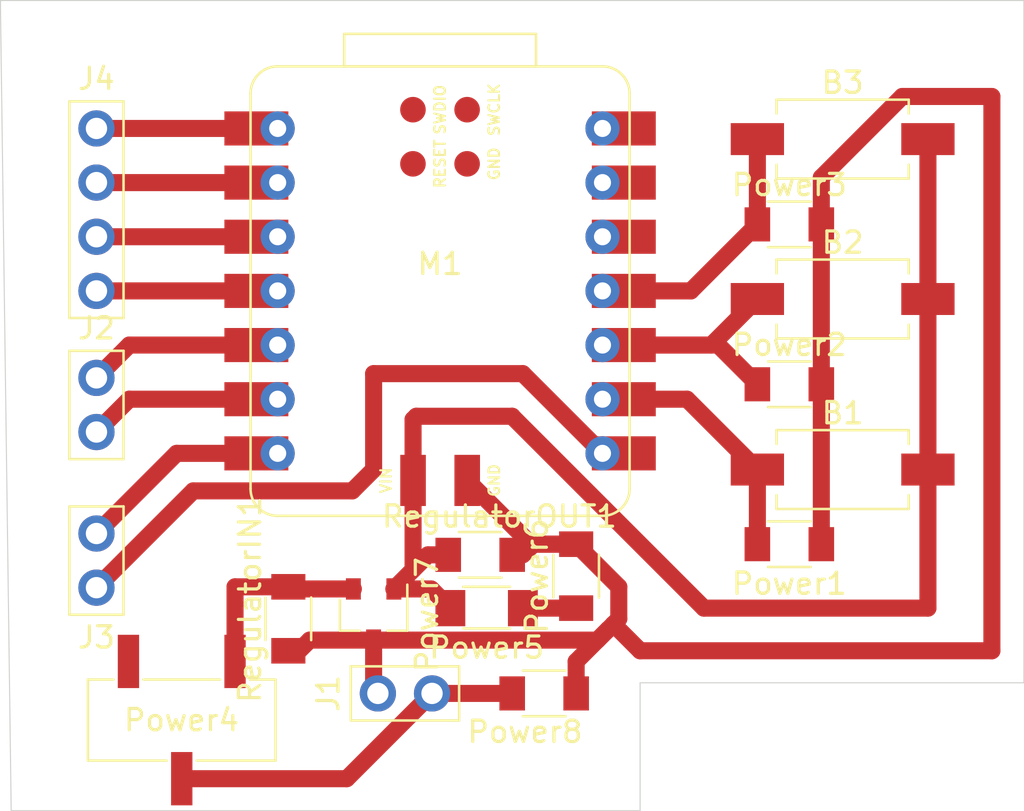
<source format=kicad_pcb>
(kicad_pcb (version 20241229) (generator "pcbnew") (generator_version "9.0")
  (layers (0 "F.Cu" signal) (2 "B.Cu" signal) (13 "F.Paste" user) (15 "B.Paste" user) (5 "F.SilkS" user "F.Silkscreen") (7 "B.SilkS" user "B.Silkscreen") (1 "F.Mask" user) (3 "B.Mask" user) (25 "Edge.Cuts" user))
  (net 0 "")
  (net 1 "/B1")
  (net 2 "/Regulator OUT")
  (net 3 "/B2")
  (net 4 "/B3")
  (net 5 "GND")
  (net 6 "+7V")
  (net 7 "/SDA")
  (net 8 "/SCL")
  (net 9 "/TX")
  (net 10 "/RX")
  (net 11 "/E1")
  (net 12 "/E3")
  (net 13 "/E4")
  (net 14 "/E2")
  (net 21 "/Regulator IN")
  (net 23 "Net-(Power5-K)")
  (footprint "PCM_fab:PinHeader_01x02_P2.54mm_Vertical_THT_D1mm" (layer "F.Cu") (at 127.7 81 90)
    (property "Reference" "J1" (at 0 -2.33 90) (layer "F.SilkS"))
    (property "Value" "Pin power")
    (fp_line (start 1.27 -1.27) (end 1.27 3.81) (stroke (width 0.12)) (layer "F.SilkS"))
    (fp_line (start -1.27 -1.27) (end 1.27 -1.27) (stroke (width 0.12)) (layer "F.SilkS"))
    (fp_line (start -1.27 -1.27) (end -1.27 3.81) (stroke (width 0.12)) (layer "F.SilkS"))
    (fp_line (start -1.27 3.81) (end 1.27 3.81) (stroke (width 0.12)) (layer "F.SilkS"))
    (pad "1" thru_hole oval (at 0 0 90) (size 1.7 1.7) (drill 1) (layers "*.Cu" "*.Mask") (net 5 "GND"))
    (pad "2" thru_hole oval (at 0 2.54 90) (size 1.7 1.7) (drill 1) (layers "*.Cu" "*.Mask") (net 6 "+7V"))
  )
  (footprint "PCM_fab:LED_1206" (layer "F.Cu") (at 132.8 77 180)
    (property "Reference" "Power5" (at 0 -1.85 0) (layer "F.SilkS"))
    (property "Value" "Led")
    (fp_line (start -1.1 1) (end 1.1 1) (stroke (width 0.12)) (layer "F.SilkS"))
    (fp_line (start -1.1 -0.95) (end 1.1 -0.95) (stroke (width 0.12)) (layer "F.SilkS"))
    (pad "1" smd rect (at -1.7 0 180) (size 1.4 1.7) (layers "F.Cu" "F.Mask" "F.Paste") (net 23 "Net-(Power5-K)"))
    (pad "2" smd rect (at 1.7 0 180) (size 1.4 1.7) (layers "F.Cu" "F.Mask" "F.Paste") (net 2 "/Regulator OUT"))
  )
  (footprint "PCM_fab:Switch_Slide_Top_CnK_JS102011SCQN_8.5x3.5mm" (layer "F.Cu") (at 118.5 82.25 180)
    (property "Reference" "Power4" (at 0.01 0 0) (layer "F.SilkS"))
    (property "Value" "Switch" (hide yes))
    (fp_line (start 4.4 1.9) (end 4.4 -1.9) (stroke (width 0.12)) (layer "F.SilkS"))
    (fp_line (start 4.4 -1.9) (end 0.7 -1.9) (stroke (width 0.12)) (layer "F.SilkS"))
    (fp_line (start 3.2 1.9) (end 4.4 1.9) (stroke (width 0.12)) (layer "F.SilkS"))
    (fp_line (start -0.7 -1.9) (end -4.4 -1.9) (stroke (width 0.12)) (layer "F.SilkS"))
    (fp_line (start -1.8 1.9) (end 1.8 1.9) (stroke (width 0.12)) (layer "F.SilkS"))
    (fp_line (start -4.4 1.9) (end -3.2 1.9) (stroke (width 0.12)) (layer "F.SilkS"))
    (fp_line (start -4.4 -1.9) (end -4.4 1.9) (stroke (width 0.12)) (layer "F.SilkS"))
    (pad "1" smd rect (at -2.5 2.75 180) (size 1 2.5) (layers "F.Cu" "F.Mask" "F.Paste") (net 21 "/Regulator IN"))
    (pad "2" smd rect (at 0 -2.75 180) (size 1 2.5) (layers "F.Cu" "F.Mask" "F.Paste") (net 6 "+7V"))
    (pad "3" smd rect (at 2.5 2.75 180) (size 1 2.5) (layers "F.Cu" "F.Mask" "F.Paste"))
  )
  (footprint "PCM_fab:SeeedStudio_XIAO_RP2040" (layer "F.Cu") (at 130.615 62.12)
    (property "Reference" "M1" (at 0 -1.27 0) (layer "F.SilkS"))
    (property "Value" "XIAO-RP2040")
    (fp_line (start -8.8875 9.281) (end -8.8875 -9.261) (stroke (width 0.12)) (layer "F.SilkS"))
    (fp_line (start -7.6175 -10.531) (end 7.6225 -10.531) (stroke (width 0.12)) (layer "F.SilkS"))
    (fp_line (start 7.6225 10.551) (end -7.6175 10.551) (stroke (width 0.12)) (layer "F.SilkS"))
    (fp_line (start 8.8925 -9.261) (end 8.8925 9.281) (stroke (width 0.12)) (layer "F.SilkS"))
    (fp_rect (start -4.4975 -10.531) (end 4.5025 -12.055) (stroke (width 0.12)) (fill no) (layer "F.SilkS"))
    (fp_arc (start -8.8875 -9.261) (mid -8.515526 -10.159026) (end -7.6175 -10.531) (stroke (width 0.12)) (layer "F.SilkS"))
    (fp_arc (start -7.6175 10.551) (mid -8.515526 10.179026) (end -8.8875 9.281) (stroke (width 0.12)) (layer "F.SilkS"))
    (fp_arc (start 7.6225 -10.531) (mid 8.520526 -10.159026) (end 8.8925 -9.261) (stroke (width 0.12)) (layer "F.SilkS"))
    (fp_arc (start 8.8925 9.281) (mid 8.520526 10.179026) (end 7.6225 10.551) (stroke (width 0.12)) (layer "F.SilkS"))
    (fp_text user "SWCLK" (at 2.54 -8.5 90) (layer "F.SilkS") (effects (font (size 0.5 0.5) (thickness 0.1) (bold yes))))
    (fp_text user "VIN" (at -2.535 8.89 90) (layer "F.SilkS") (effects (font (size 0.5 0.5) (thickness 0.1) (bold yes))))
    (fp_text user "GND" (at 2.545 8.89 90) (layer "F.SilkS") (effects (font (size 0.5 0.5) (thickness 0.1) (bold yes))))
    (fp_text user "RESET" (at 0 -5.96 90) (layer "F.SilkS") (effects (font (size 0.5 0.5) (thickness 0.1) (bold yes))))
    (fp_text user "GND" (at 2.54 -5.96 90) (layer "F.SilkS") (effects (font (size 0.5 0.5) (thickness 0.1) (bold yes))))
    (fp_text user "SWDIO" (at 0 -8.5 90) (layer "F.SilkS") (effects (font (size 0.5 0.5) (thickness 0.1) (bold yes))))
    (pad "1" thru_hole circle (at -7.615 -7.62) (size 1.6 1.6) (drill 0.8) (layers "*.Cu" "*.Mask") (net 11 "/E1"))
    (pad "1" smd rect (at -7.615 -7.62) (size 3 1.6) (drill (offset -1 0)) (layers "F.Cu" "F.Mask" "F.Paste") (net 11 "/E1"))
    (pad "2" thru_hole circle (at -7.615 -5.08) (size 1.6 1.6) (drill 0.8) (layers "*.Cu" "*.Mask") (net 14 "/E2"))
    (pad "2" smd rect (at -7.615 -5.08) (size 3 1.6) (drill (offset -1 0)) (layers "F.Cu" "F.Mask" "F.Paste") (net 14 "/E2"))
    (pad "3" thru_hole circle (at -7.615 -2.54) (size 1.6 1.6) (drill 0.8) (layers "*.Cu" "*.Mask") (net 12 "/E3"))
    (pad "3" smd rect (at -7.615 -2.54) (size 3 1.6) (drill (offset -1 0)) (layers "F.Cu" "F.Mask" "F.Paste") (net 12 "/E3"))
    (pad "4" thru_hole circle (at -7.615 0) (size 1.6 1.6) (drill 0.8) (layers "*.Cu" "*.Mask") (net 13 "/E4"))
    (pad "4" smd rect (at -7.615 0) (size 3 1.6) (drill (offset -1 0)) (layers "F.Cu" "F.Mask" "F.Paste") (net 13 "/E4"))
    (pad "5" thru_hole circle (at -7.615 2.54) (size 1.6 1.6) (drill 0.8) (layers "*.Cu" "*.Mask") (net 7 "/SDA"))
    (pad "5" smd rect (at -7.615 2.54) (size 3 1.6) (drill (offset -1 0)) (layers "F.Cu" "F.Mask" "F.Paste") (net 7 "/SDA"))
    (pad "6" thru_hole circle (at -7.615 5.08) (size 1.6 1.6) (drill 0.8) (layers "*.Cu" "*.Mask") (net 8 "/SCL"))
    (pad "6" smd rect (at -7.615 5.08) (size 3 1.6) (drill (offset -1 0)) (layers "F.Cu" "F.Mask" "F.Paste") (net 8 "/SCL"))
    (pad "7" thru_hole circle (at -7.615 7.62) (size 1.6 1.6) (drill 0.8) (layers "*.Cu" "*.Mask") (net 9 "/TX"))
    (pad "7" smd rect (at -7.615 7.62) (size 3 1.6) (drill (offset -1 0)) (layers "F.Cu" "F.Mask" "F.Paste") (net 9 "/TX"))
    (pad "8" thru_hole circle (at 7.62 7.62) (size 1.6 1.6) (drill 0.8) (layers "*.Cu" "*.Mask") (net 10 "/RX"))
    (pad "8" smd rect (at 7.62 7.62) (size 3 1.6) (drill (offset 1 0)) (layers "F.Cu" "F.Mask" "F.Paste") (net 10 "/RX"))
    (pad "9" thru_hole circle (at 7.62 5.08) (size 1.6 1.6) (drill 0.8) (layers "*.Cu" "*.Mask") (net 1 "/B1"))
    (pad "9" smd rect (at 7.62 5.08) (size 3 1.6) (drill (offset 1 0)) (layers "F.Cu" "F.Mask" "F.Paste") (net 1 "/B1"))
    (pad "10" thru_hole circle (at 7.62 2.54) (size 1.6 1.6) (drill 0.8) (layers "*.Cu" "*.Mask") (net 3 "/B2"))
    (pad "10" smd rect (at 7.62 2.54) (size 3 1.6) (drill (offset 1 0)) (layers "F.Cu" "F.Mask" "F.Paste") (net 3 "/B2"))
    (pad "11" thru_hole circle (at 7.62 0) (size 1.6 1.6) (drill 0.8) (layers "*.Cu" "*.Mask") (net 4 "/B3"))
    (pad "11" smd rect (at 7.62 0) (size 3 1.6) (drill (offset 1 0)) (layers "F.Cu" "F.Mask" "F.Paste") (net 4 "/B3"))
    (pad "12" thru_hole circle (at 7.62 -2.54) (size 1.6 1.6) (drill 0.8) (layers "*.Cu" "*.Mask"))
    (pad "12" smd rect (at 7.62 -2.54) (size 3 1.6) (drill (offset 1 0)) (layers "F.Cu" "F.Mask" "F.Paste"))
    (pad "13" thru_hole circle (at 7.62 -5.08) (size 1.6 1.6) (drill 0.8) (layers "*.Cu" "*.Mask"))
    (pad "13" smd rect (at 7.62 -5.08) (size 3 1.6) (drill (offset 1 0)) (layers "F.Cu" "F.Mask" "F.Paste"))
    (pad "14" thru_hole circle (at 7.62 -7.62) (size 1.6 1.6) (drill 0.8) (layers "*.Cu" "*.Mask"))
    (pad "14" smd rect (at 7.62 -7.62) (size 3 1.6) (drill (offset 1 0)) (layers "F.Cu" "F.Mask" "F.Paste"))
    (pad "15" smd rect (at 1.275 8.89 270) (size 2.4 1.2) (layers "F.Cu" "F.Mask" "F.Paste") (net 5 "GND"))
    (pad "16" smd rect (at -1.265 8.89 270) (size 2.4 1.2) (layers "F.Cu" "F.Mask" "F.Paste") (net 2 "/Regulator OUT"))
    (pad "17" smd circle (at -1.27 -8.5) (size 1.2 1.2) (layers "F.Cu" "F.Mask" "F.Paste"))
    (pad "18" smd circle (at -1.27 -5.96) (size 1.2 1.2) (layers "F.Cu" "F.Mask" "F.Paste"))
    (pad "19" smd circle (at 1.27 -5.96) (size 1.2 1.2) (layers "F.Cu" "F.Mask" "F.Paste"))
    (pad "20" smd circle (at 1.27 -8.5) (size 1.2 1.2) (layers "F.Cu" "F.Mask" "F.Paste"))
  )
  (footprint "PCM_fab:C_1206" (layer "F.Cu") (at 132.5 74.5)
    (property "Reference" "RegulatorOUT1" (at 0.9 -1.8 0) (layer "F.SilkS"))
    (property "Value" "Capacitor")
    (fp_line (start -1 -1.07) (end 1 -1.07) (stroke (width 0.12)) (layer "F.SilkS"))
    (fp_line (start 1 1.07) (end -1 1.07) (stroke (width 0.12)) (layer "F.SilkS"))
    (pad "1" smd rect (at -1.5 0) (size 1.2 1.6) (layers "F.Cu" "F.Mask" "F.Paste") (net 2 "/Regulator OUT"))
    (pad "2" smd rect (at 1.5 0) (size 1.2 1.6) (layers "F.Cu" "F.Mask" "F.Paste") (net 5 "GND"))
  )
  (footprint "PCM_fab:R_1206" (layer "F.Cu") (at 147 59)
    (property "Reference" "Power3" (at 0 -1.85 0) (layer "F.SilkS"))
    (property "Value" "Resistor")
    (fp_line (start -1 -1.07) (end 1 -1.07) (stroke (width 0.12)) (layer "F.SilkS"))
    (fp_line (start 1 1.07) (end -1 1.07) (stroke (width 0.12)) (layer "F.SilkS"))
    (pad "1" smd rect (at -1.5 0) (size 1.2 1.6) (layers "F.Cu" "F.Mask" "F.Paste") (net 4 "/B3"))
    (pad "2" smd rect (at 1.5 0) (size 1.2 1.6) (layers "F.Cu" "F.Mask" "F.Paste") (net 5 "GND"))
  )
  (footprint "PCM_fab:R_1206" (layer "F.Cu") (at 147 74 180)
    (property "Reference" "Power1" (at 0 -1.85 0) (layer "F.SilkS"))
    (property "Value" "Resistor")
    (fp_line (start 1 1.07) (end -1 1.07) (stroke (width 0.12)) (layer "F.SilkS"))
    (fp_line (start -1 -1.07) (end 1 -1.07) (stroke (width 0.12)) (layer "F.SilkS"))
    (pad "1" smd rect (at -1.5 0 180) (size 1.2 1.6) (layers "F.Cu" "F.Mask" "F.Paste") (net 5 "GND"))
    (pad "2" smd rect (at 1.5 0 180) (size 1.2 1.6) (layers "F.Cu" "F.Mask" "F.Paste") (net 1 "/B1"))
  )
  (footprint "PCM_fab:R_1206" (layer "F.Cu") (at 137 75.5 90)
    (property "Reference" "Power6" (at 0 -1.85 90) (layer "F.SilkS"))
    (property "Value" "Resistor")
    (fp_line (start -1 -1.07) (end 1 -1.07) (stroke (width 0.12)) (layer "F.SilkS"))
    (fp_line (start 1 1.07) (end -1 1.07) (stroke (width 0.12)) (layer "F.SilkS"))
    (pad "1" smd rect (at -1.5 0 90) (size 1.2 1.6) (layers "F.Cu" "F.Mask" "F.Paste") (net 23 "Net-(Power5-K)"))
    (pad "2" smd rect (at 1.5 0 90) (size 1.2 1.6) (layers "F.Cu" "F.Mask" "F.Paste") (net 5 "GND"))
  )
  (footprint "PCM_fab:C_1206" (layer "F.Cu") (at 123.5 77.5 90)
    (property "Reference" "RegulatorIN1" (at 0.9 -1.8 90) (layer "F.SilkS"))
    (property "Value" "Capacitor")
    (fp_line (start -1 -1.07) (end 1 -1.07) (stroke (width 0.12)) (layer "F.SilkS"))
    (fp_line (start 1 1.07) (end -1 1.07) (stroke (width 0.12)) (layer "F.SilkS"))
    (pad "1" smd rect (at -1.5 0 90) (size 1.2 1.6) (layers "F.Cu" "F.Mask" "F.Paste") (net 5 "GND"))
    (pad "2" smd rect (at 1.5 0 90) (size 1.2 1.6) (layers "F.Cu" "F.Mask" "F.Paste") (net 21 "/Regulator IN"))
  )
  (footprint "PCM_fab:PinHeader_01x02_P2.54mm_Vertical_THT_D1mm" (layer "F.Cu") (at 114.5 66.2)
    (property "Reference" "J2" (at 0 -2.33 0) (layer "F.SilkS"))
    (property "Value" "Com I2C")
    (fp_line (start -1.27 -1.27) (end -1.27 3.81) (stroke (width 0.12)) (layer "F.SilkS"))
    (fp_line (start -1.27 -1.27) (end 1.27 -1.27) (stroke (width 0.12)) (layer "F.SilkS"))
    (fp_line (start -1.27 3.81) (end 1.27 3.81) (stroke (width 0.12)) (layer "F.SilkS"))
    (fp_line (start 1.27 -1.27) (end 1.27 3.81) (stroke (width 0.12)) (layer "F.SilkS"))
    (pad "1" thru_hole oval (at 0 0) (size 1.7 1.7) (drill 1) (layers "*.Cu" "*.Mask") (net 7 "/SDA"))
    (pad "2" thru_hole oval (at 0 2.54) (size 1.7 1.7) (drill 1) (layers "*.Cu" "*.Mask") (net 8 "/SCL"))
  )
  (footprint "PCM_fab:PinHeader_01x02_P2.54mm_Vertical_THT_D1mm" (layer "F.Cu") (at 114.5 76.04 180)
    (property "Reference" "J3" (at 0 -2.33 0) (layer "F.SilkS"))
    (property "Value" "Com UART")
    (fp_line (start 1.27 -1.27) (end 1.27 3.81) (stroke (width 0.12)) (layer "F.SilkS"))
    (fp_line (start -1.27 3.81) (end 1.27 3.81) (stroke (width 0.12)) (layer "F.SilkS"))
    (fp_line (start -1.27 -1.27) (end 1.27 -1.27) (stroke (width 0.12)) (layer "F.SilkS"))
    (fp_line (start -1.27 -1.27) (end -1.27 3.81) (stroke (width 0.12)) (layer "F.SilkS"))
    (pad "1" thru_hole oval (at 0 0 180) (size 1.7 1.7) (drill 1) (layers "*.Cu" "*.Mask") (net 10 "/RX"))
    (pad "2" thru_hole oval (at 0 2.54 180) (size 1.7 1.7) (drill 1) (layers "*.Cu" "*.Mask") (net 9 "/TX"))
  )
  (footprint "PCM_fab:Button_CnK_PTS636.0_6x3.5mm" (layer "F.Cu") (at 149.5 70.5)
    (property "Reference" "B1" (at 0 -2.65 0) (layer "F.SilkS"))
    (property "Value" "Buttom")
    (fp_line (start -3.1 -1.85) (end -3.1 -1.2) (stroke (width 0.12)) (layer "F.SilkS"))
    (fp_line (start -3.1 1.2) (end -3.1 1.85) (stroke (width 0.12)) (layer "F.SilkS"))
    (fp_line (start -3.1 1.85) (end 3.1 1.85) (stroke (width 0.12)) (layer "F.SilkS"))
    (fp_line (start 3.1 -1.85) (end -3.1 -1.85) (stroke (width 0.12)) (layer "F.SilkS"))
    (fp_line (start 3.1 -1.85) (end 3.1 -1.2) (stroke (width 0.12)) (layer "F.SilkS"))
    (fp_line (start 3.1 1.85) (end 3.1 1.2) (stroke (width 0.12)) (layer "F.SilkS"))
    (pad "1" smd rect (at -4 0) (size 2.5 1.5) (layers "F.Cu" "F.Mask" "F.Paste") (net 1 "/B1"))
    (pad "2" smd rect (at 4 0) (size 2.5 1.5) (layers "F.Cu" "F.Mask" "F.Paste") (net 2 "/Regulator OUT"))
  )
  (footprint "PCM_fab:Button_CnK_PTS636.0_6x3.5mm" (layer "F.Cu") (at 149.5 55)
    (property "Reference" "B3" (at 0 -2.65 0) (layer "F.SilkS"))
    (property "Value" "Buttom")
    (fp_line (start -3.1 -1.85) (end -3.1 -1.2) (stroke (width 0.12)) (layer "F.SilkS"))
    (fp_line (start -3.1 1.2) (end -3.1 1.85) (stroke (width 0.12)) (layer "F.SilkS"))
    (fp_line (start -3.1 1.85) (end 3.1 1.85) (stroke (width 0.12)) (layer "F.SilkS"))
    (fp_line (start 3.1 -1.85) (end -3.1 -1.85) (stroke (width 0.12)) (layer "F.SilkS"))
    (fp_line (start 3.1 -1.85) (end 3.1 -1.2) (stroke (width 0.12)) (layer "F.SilkS"))
    (fp_line (start 3.1 1.85) (end 3.1 1.2) (stroke (width 0.12)) (layer "F.SilkS"))
    (pad "1" smd rect (at -4 0) (size 2.5 1.5) (layers "F.Cu" "F.Mask" "F.Paste") (net 4 "/B3"))
    (pad "2" smd rect (at 4 0) (size 2.5 1.5) (layers "F.Cu" "F.Mask" "F.Paste") (net 2 "/Regulator OUT"))
  )
  (footprint "PCM_fab:SOT-23-3" (layer "F.Cu") (at 127.5 77.3 -90)
    (property "Reference" "Power7" (at 0 -2.5 90) (layer "F.SilkS"))
    (property "Value" "Regulator")
    (fp_line (start 0.76 1.58) (end -0.7 1.58) (stroke (width 0.12)) (layer "F.SilkS"))
    (fp_line (start 0.76 1.58) (end 0.76 0.65) (stroke (width 0.12)) (layer "F.SilkS"))
    (fp_line (start 0.76 -1.58) (end 0.76 -0.65) (stroke (width 0.12)) (layer "F.SilkS"))
    (fp_line (start 0.76 -1.58) (end -1.4 -1.58) (stroke (width 0.12)) (layer "F.SilkS"))
    (pad "1" smd rect (at -1.2 -0.95 270) (size 1 0.7) (layers "F.Cu" "F.Mask" "F.Paste") (net 2 "/Regulator OUT"))
    (pad "2" smd rect (at -1.2 0.95 270) (size 1 0.7) (layers "F.Cu" "F.Mask" "F.Paste") (net 21 "/Regulator IN"))
    (pad "3" smd rect (at 1.2 0 270) (size 1 0.7) (layers "F.Cu" "F.Mask" "F.Paste") (net 5 "GND"))
  )
  (footprint "PCM_fab:PinHeader_01x04_P2.54mm_Vertical_THT_D1mm" (layer "F.Cu") (at 114.5 54.5)
    (property "Reference" "J4" (at 0 -2.33 0) (layer "F.SilkS"))
    (property "Value" "Entrance")
    (fp_line (start -1.27 -1.27) (end -1.27 8.89) (stroke (width 0.12)) (layer "F.SilkS"))
    (fp_line (start -1.27 -1.27) (end 1.27 -1.27) (stroke (width 0.12)) (layer "F.SilkS"))
    (fp_line (start -1.27 8.89) (end 1.27 8.89) (stroke (width 0.12)) (layer "F.SilkS"))
    (fp_line (start 1.27 -1.27) (end 1.27 8.89) (stroke (width 0.12)) (layer "F.SilkS"))
    (pad "1" thru_hole oval (at 0 0) (size 1.7 1.7) (drill 1) (layers "*.Cu" "*.Mask") (net 11 "/E1"))
    (pad "2" thru_hole oval (at 0 2.54) (size 1.7 1.7) (drill 1) (layers "*.Cu" "*.Mask") (net 14 "/E2"))
    (pad "3" thru_hole oval (at 0 5.08) (size 1.7 1.7) (drill 1) (layers "*.Cu" "*.Mask") (net 12 "/E3"))
    (pad "4" thru_hole oval (at 0 7.62) (size 1.7 1.7) (drill 1) (layers "*.Cu" "*.Mask") (net 13 "/E4"))
  )
  (footprint "PCM_fab:R_1206" (layer "F.Cu") (at 147 66.5)
    (property "Reference" "Power2" (at 0 -1.85 0) (layer "F.SilkS"))
    (property "Value" "Resistor")
    (fp_line (start -1 -1.07) (end 1 -1.07) (stroke (width 0.12)) (layer "F.SilkS"))
    (fp_line (start 1 1.07) (end -1 1.07) (stroke (width 0.12)) (layer "F.SilkS"))
    (pad "1" smd rect (at -1.5 0) (size 1.2 1.6) (layers "F.Cu" "F.Mask" "F.Paste") (net 3 "/B2"))
    (pad "2" smd rect (at 1.5 0) (size 1.2 1.6) (layers "F.Cu" "F.Mask" "F.Paste") (net 5 "GND"))
  )
  (footprint "PCM_fab:Button_CnK_PTS636.0_6x3.5mm" (layer "F.Cu") (at 149.5 62.5)
    (property "Reference" "B2" (at 0 -2.65 0) (layer "F.SilkS"))
    (property "Value" "Buttom")
    (fp_line (start -3.1 -1.85) (end -3.1 -1.2) (stroke (width 0.12)) (layer "F.SilkS"))
    (fp_line (start -3.1 1.2) (end -3.1 1.85) (stroke (width 0.12)) (layer "F.SilkS"))
    (fp_line (start -3.1 1.85) (end 3.1 1.85) (stroke (width 0.12)) (layer "F.SilkS"))
    (fp_line (start 3.1 -1.85) (end -3.1 -1.85) (stroke (width 0.12)) (layer "F.SilkS"))
    (fp_line (start 3.1 -1.85) (end 3.1 -1.2) (stroke (width 0.12)) (layer "F.SilkS"))
    (fp_line (start 3.1 1.85) (end 3.1 1.2) (stroke (width 0.12)) (layer "F.SilkS"))
    (pad "1" smd rect (at -4 0) (size 2.5 1.5) (layers "F.Cu" "F.Mask" "F.Paste") (net 3 "/B2"))
    (pad "2" smd rect (at 4 0) (size 2.5 1.5) (layers "F.Cu" "F.Mask" "F.Paste") (net 2 "/Regulator OUT"))
  )
  (footprint "PCM_fab:C_1206" (layer "F.Cu") (at 135.5 81 180)
    (property "Reference" "Power8" (at 0.9 -1.8 0) (layer "F.SilkS"))
    (property "Value" "Capacitor")
    (fp_line (start 1 1.07) (end -1 1.07) (stroke (width 0.12)) (layer "F.SilkS"))
    (fp_line (start -1 -1.07) (end 1 -1.07) (stroke (width 0.12)) (layer "F.SilkS"))
    (pad "1" smd rect (at -1.5 0 180) (size 1.2 1.6) (layers "F.Cu" "F.Mask" "F.Paste") (net 5 "GND"))
    (pad "2" smd rect (at 1.5 0 180) (size 1.2 1.6) (layers "F.Cu" "F.Mask" "F.Paste") (net 6 "+7V"))
  )
  (gr_line (start 110 48.5) (end 110 49) (stroke (width 0.05)) (layer "Edge.Cuts"))
  (gr_line (start 110.5 86.5) (end 140 86.5) (stroke (width 0.05)) (layer "Edge.Cuts"))
  (gr_line (start 110 49) (end 110.5 86.5) (stroke (width 0.05)) (layer "Edge.Cuts"))
  (gr_line (start 158 48.5) (end 110 48.5) (stroke (width 0.05)) (layer "Edge.Cuts"))
  (gr_line (start 140 86.5) (end 140 80.5) (stroke (width 0.05)) (layer "Edge.Cuts"))
  (gr_line (start 140 80.5) (end 158 80.5) (stroke (width 0.05)) (layer "Edge.Cuts"))
  (gr_line (start 158 80.5) (end 158 48.5) (stroke (width 0.05)) (layer "Edge.Cuts"))
  (segment (start 145.5 74) (end 145.5 70.5) (width 0.8) (layer "F.Cu") (net 1))
  (segment (start 145.5 70.5) (end 142.2 67.2) (width 0.8) (layer "F.Cu") (net 1))
  (segment (start 142.2 67.2) (end 138.235 67.2) (width 0.8) (layer "F.Cu") (net 1))
  (segment (start 134 68) (end 134 68.007) (width 0.8) (layer "F.Cu") (net 2))
  (segment (start 128.45 76.1) (end 130.2 76.1) (width 0.8) (layer "F.Cu") (net 2))
  (segment (start 153.5 70.5) (end 153.5 62.5) (width 0.8) (layer "F.Cu") (net 2))
  (segment (start 153.5 62.5) (end 153.5 55) (width 0.8) (layer "F.Cu") (net 2))
  (segment (start 129.35 71.01) (end 129.35 68.15) (width 0.8) (layer "F.Cu") (net 2))
  (segment (start 129.35 75.2) (end 128.45 76.1) (width 0.2) (layer "F.Cu") (net 2))
  (segment (start 129.5 68) (end 134 68) (width 0.8) (layer "F.Cu") (net 2))
  (segment (start 153.5 77) (end 153.5 70.5) (width 0.8) (layer "F.Cu") (net 2))
  (segment (start 130.05 74.5) (end 128.45 76.1) (width 0.8) (layer "F.Cu") (net 2))
  (segment (start 129.35 71.01) (end 129.35 75.2) (width 0.8) (layer "F.Cu") (net 2))
  (segment (start 130.2 76.1) (end 131.1 77) (width 0.8) (layer "F.Cu") (net 2))
  (segment (start 129.35 68.15) (end 129.5 68) (width 0.8) (layer "F.Cu") (net 2))
  (segment (start 142.993 77) (end 153.5 77) (width 0.8) (layer "F.Cu") (net 2))
  (segment (start 131 74.5) (end 130.05 74.5) (width 0.8) (layer "F.Cu") (net 2))
  (segment (start 134 68.007) (end 142.993 77) (width 0.8) (layer "F.Cu") (net 2))
  (segment (start 145.5 62.5) (end 143.34 64.66) (width 0.8) (layer "F.Cu") (net 3))
  (segment (start 143.66 64.66) (end 138.235 64.66) (width 0.8) (layer "F.Cu") (net 3))
  (segment (start 143.34 64.66) (end 138.235 64.66) (width 0.8) (layer "F.Cu") (net 3))
  (segment (start 145.5 66.5) (end 143.66 64.66) (width 0.8) (layer "F.Cu") (net 3))
  (segment (start 145.5 55) (end 145.5 59) (width 0.8) (layer "F.Cu") (net 4))
  (segment (start 142.38 62.12) (end 138.235 62.12) (width 0.8) (layer "F.Cu") (net 4))
  (segment (start 145.5 59) (end 142.38 62.12) (width 0.8) (layer "F.Cu") (net 4))
  (segment (start 134 74.5) (end 134.5 74.5) (width 0.2) (layer "F.Cu") (net 5))
  (segment (start 137 74) (end 134.88 74) (width 0.8) (layer "F.Cu") (net 5))
  (segment (start 124.5 78.5) (end 127.5 78.5) (width 0.8) (layer "F.Cu") (net 5))
  (segment (start 139 77.5) (end 139 76) (width 0.8) (layer "F.Cu") (net 5))
  (segment (start 123.5 79) (end 124 79) (width 0.2) (layer "F.Cu") (net 5))
  (segment (start 138.5 78) (end 138.75 77.75) (width 0.8) (layer "F.Cu") (net 5))
  (segment (start 156.5 79) (end 140 79) (width 0.8) (layer "F.Cu") (net 5))
  (segment (start 137 79.5) (end 137 81) (width 0.8) (layer "F.Cu") (net 5))
  (segment (start 138.5 78) (end 137 79.5) (width 0.8) (layer "F.Cu") (net 5))
  (segment (start 148.5 66.5) (end 148.5 74) (width 0.8) (layer "F.Cu") (net 5))
  (segment (start 134.5 74.5) (end 135 74) (width 0.8) (layer "F.Cu") (net 5))
  (segment (start 127.5 80.8) (end 127.7 81) (width 0.2) (layer "F.Cu") (net 5))
  (segment (start 124 79) (end 124.5 78.5) (width 0.8) (layer "F.Cu") (net 5))
  (segment (start 152.298 53) (end 156.5 53) (width 0.8) (layer "F.Cu") (net 5))
  (segment (start 148.5 59) (end 148.5 66.5) (width 0.8) (layer "F.Cu") (net 5))
  (segment (start 140 79) (end 138.75 77.75) (width 0.8) (layer "F.Cu") (net 5))
  (segment (start 127.5 78.5) (end 127.5 80.8) (width 0.8) (layer "F.Cu") (net 5))
  (segment (start 139 76) (end 137 74) (width 0.8) (layer "F.Cu") (net 5))
  (segment (start 127.5 78.5) (end 138 78.5) (width 0.8) (layer "F.Cu") (net 5))
  (segment (start 134.88 74) (end 131.89 71.01) (width 0.8) (layer "F.Cu") (net 5))
  (segment (start 135 74) (end 137 74) (width 0.8) (layer "F.Cu") (net 5))
  (segment (start 148.5 56.798) (end 152.298 53) (width 0.8) (layer "F.Cu") (net 5))
  (segment (start 138.75 77.75) (end 139 77.5) (width 0.8) (layer "F.Cu") (net 5))
  (segment (start 156.5 53) (end 156.5 79) (width 0.8) (layer "F.Cu") (net 5))
  (segment (start 148.5 59) (end 148.5 56.798) (width 0.8) (layer "F.Cu") (net 5))
  (segment (start 138 78.5) (end 138.5 78) (width 0.8) (layer "F.Cu") (net 5))
  (segment (start 126.24 85) (end 130.24 81) (width 0.8) (layer "F.Cu") (net 6))
  (segment (start 118.5 85) (end 126.24 85) (width 0.8) (layer "F.Cu") (net 6))
  (segment (start 130.24 81) (end 134 81) (width 0.8) (layer "F.Cu") (net 6))
  (segment (start 116.04 64.66) (end 123 64.66) (width 0.8) (layer "F.Cu") (net 7))
  (segment (start 114.5 66.2) (end 116.04 64.66) (width 0.8) (layer "F.Cu") (net 7))
  (segment (start 116.04 67.2) (end 123 67.2) (width 0.8) (layer "F.Cu") (net 8))
  (segment (start 114.5 68.74) (end 116.04 67.2) (width 0.8) (layer "F.Cu") (net 8))
  (segment (start 118.26 69.74) (end 123 69.74) (width 0.8) (layer "F.Cu") (net 9))
  (segment (start 114.5 73.5) (end 118.26 69.74) (width 0.8) (layer "F.Cu") (net 9))
  (segment (start 114.5 76.04) (end 119.04 71.5) (width 0.8) (layer "F.Cu") (net 10))
  (segment (start 119.04 71.5) (end 126.5 71.5) (width 0.8) (layer "F.Cu") (net 10))
  (segment (start 127.5 70.5) (end 127.5 66) (width 0.8) (layer "F.Cu") (net 10))
  (segment (start 134.495 66) (end 138.235 69.74) (width 0.8) (layer "F.Cu") (net 10))
  (segment (start 126.5 71.5) (end 127.5 70.5) (width 0.8) (layer "F.Cu") (net 10))
  (segment (start 127.5 66) (end 134.495 66) (width 0.8) (layer "F.Cu") (net 10))
  (segment (start 114.5 54.5) (end 123 54.5) (width 0.8) (layer "F.Cu") (net 11))
  (segment (start 114.5 59.58) (end 123 59.58) (width 0.8) (layer "F.Cu") (net 12))
  (segment (start 114.5 62.12) (end 123 62.12) (width 0.8) (layer "F.Cu") (net 13))
  (segment (start 114.5 57.04) (end 123 57.04) (width 0.8) (layer "F.Cu") (net 14))
  (segment (start 121 76) (end 121 79.5) (width 0.8) (layer "F.Cu") (net 21))
  (segment (start 124 76) (end 124.1 76.1) (width 0.2) (layer "F.Cu") (net 21))
  (segment (start 123.5 76) (end 121 76) (width 0.8) (layer "F.Cu") (net 21))
  (segment (start 123.5 76) (end 124 76) (width 0.2) (layer "F.Cu") (net 21))
  (segment (start 124.1 76.1) (end 126.55 76.1) (width 0.8) (layer "F.Cu") (net 21))
  (segment (start 134.5 77) (end 137 77) (width 0.8) (layer "F.Cu") (net 23))
)
</source>
